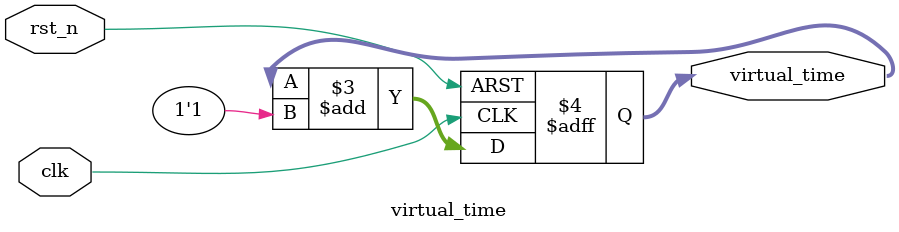
<source format=v>
`timescale 1ns / 1ps


module virtual_time 

#(

    parameter   TIME_SCALE_WIDTH = 32// the width for virtual time


)
(
    input  wire        clk,           // 系统时钟
    input  wire        rst_n,         // 异步复位，低电平有效
    output reg  [TIME_SCALE_WIDTH-1:0] virtual_time   // 32位虚拟时钟计数器
);

    always @(posedge clk or negedge rst_n) begin
        if (!rst_n)
            virtual_time <= 32'd0;
        else
            virtual_time <= virtual_time + 1'b1;
    end

endmodule

</source>
